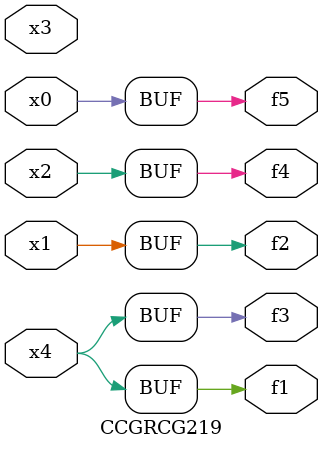
<source format=v>
module CCGRCG219(
	input x0, x1, x2, x3, x4,
	output f1, f2, f3, f4, f5
);
	assign f1 = x4;
	assign f2 = x1;
	assign f3 = x4;
	assign f4 = x2;
	assign f5 = x0;
endmodule

</source>
